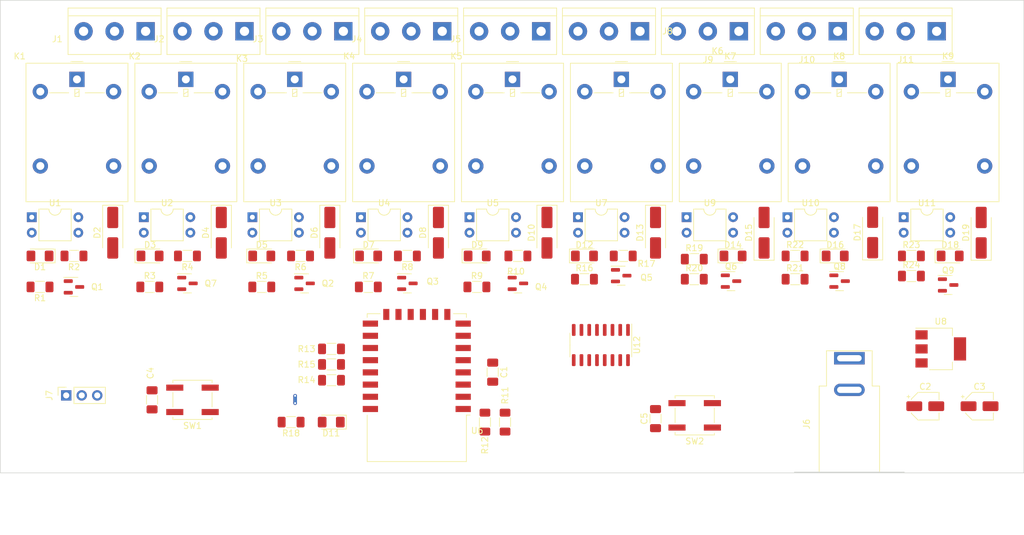
<source format=kicad_pcb>
(kicad_pcb (version 20221018) (generator pcbnew)
  (layers (0 "F.Cu" signal) (31 "B.Cu" signal) (36 "B.SilkS" user "B.Silkscreen") (37 "F.SilkS" user "F.Silkscreen") (38 "B.Mask" user) (39 "F.Mask" user) (44 "Edge.Cuts" user))
  (net 0 "")
  (net 1 "/VIN")
  (net 2 "GND")
  (net 3 "VCC")
  (net 4 "/FLASH")
  (net 5 "/RESET")
  (net 6 "/TA_P")
  (net 7 "/TB_P")
  (net 8 "/P_TA")
  (net 9 "/P_TB")
  (net 10 "/P_GH")
  (net 11 "/LED_GND")
  (net 12 "/LED")
  (net 13 "/Pompa")
  (net 14 "/RX")
  (net 15 "/TX")
  (net 16 "/EN_VIN")
  (net 17 "/FLASH_PIN_15")
  (net 18 "/FLASH_PIN_2")
  (net 25 "/PC_LEDAP")
  (net 26 "/RelayAP")
  (net 27 "/R_AC1AP")
  (net 28 "/R_AC2AP")
  (net 29 "/R_AC3AP")
  (net 30 "/R_QAP")
  (net 31 "/R_PCAP")
  (net 32 "/PC_RAP")
  (net 33 "/PC_LEDBP")
  (net 34 "/RelayBP")
  (net 35 "/R_AC3BP")
  (net 36 "/R_AC2BP")
  (net 37 "/R_AC1BP")
  (net 38 "/R_QBP")
  (net 39 "/R_PCBP")
  (net 40 "/PC_RBP")
  (net 41 "/PC_LEDPA")
  (net 42 "/RelayPA")
  (net 43 "/PC_LEDPB")
  (net 44 "/RelayPB")
  (net 45 "/PC_LEDGH")
  (net 46 "/RelayGH")
  (net 47 "/PC_LEDP")
  (net 48 "/RelayP")
  (net 49 "/R_AC3PA")
  (net 50 "/R_AC2PA")
  (net 51 "/R_AC1PA")
  (net 52 "/R_AC3PB")
  (net 53 "/R_AC2PB")
  (net 54 "/R_AC1PB")
  (net 55 "/R_AC3GH")
  (net 56 "/R_AC2GH")
  (net 57 "/R_AC1GH")
  (net 58 "/R_AC3P")
  (net 59 "/R_AC2P")
  (net 60 "/R_AC1P")
  (net 61 "/R_QPA")
  (net 62 "/R_QPB")
  (net 63 "/R_QGH")
  (net 64 "/R_QP")
  (net 65 "/R_PCBPA")
  (net 66 "/PC_RPA")
  (net 67 "/R_PCPB")
  (net 68 "/PC_RPB")
  (net 69 "/R_PCGH")
  (net 70 "/PC_RGH")
  (net 71 "/R_PCP")
  (net 72 "/PC_RP")
  (net 73 "/P_SC")
  (net 74 "/PC_LEDSC")
  (net 75 "/RelaySC")
  (net 76 "/P_SA")
  (net 77 "/PC_LEDSA")
  (net 78 "/RelaySA")
  (net 79 "/P_SB")
  (net 80 "/PC_LEDSB")
  (net 81 "/RelaySB")
  (net 82 "/R_AC1SC")
  (net 83 "/R_AC2SC")
  (net 84 "/R_AC3SC")
  (net 85 "/R_AC1SA")
  (net 86 "/R_AC2SA")
  (net 87 "/R_AC3SA")
  (net 88 "/R_AC1SB")
  (net 89 "/R_AC2SB")
  (net 90 "/R_AC3SB")
  (net 91 "/R_QSC")
  (net 92 "/R_QSA")
  (net 93 "/R_QSB")
  (net 94 "/R_PCSC")
  (net 95 "/PC_RSC")
  (net 96 "/R_PCSA")
  (net 97 "/PC_RSA")
  (net 98 "/R_PCSB")
  (net 99 "/PC_RSB")
  (net 101 "/CLK")
  (net 103 "/SER_IN")
  (net 104 "/LATCH")
  (footprint "Capacitor_SMD:CP_Elec_4x5.3" (layer "F.Cu") (at 191.5 84.32)
    (fp_text reference "C3" (at 0 -3.2) (layer "F.SilkS"))
    (fp_text value "10u")
    (pad "1" smd roundrect (at -1.8 0) (size 2.6 1.6) (layers "F.Cu" "F.Paste" "F.Mask") (roundrect_rratio 0.15625) (net 1 "/VIN"))
    (pad "2" smd roundrect (at 1.8 0) (size 2.6 1.6) (layers "F.Cu" "F.Paste" "F.Mask") (roundrect_rratio 0.15625) (net 2 "GND"))
  )
  (footprint "Resistor_SMD:R_1206_3216Metric_Pad1.30x1.75mm_HandSolder" (layer "F.Cu") (at 180.34 59.69)
    (fp_text reference "R23" (at 0 -1.82) (layer "F.SilkS"))
    (fp_text value "1k")
    (pad "1" smd roundrect (at -1.55 0) (size 1.3 1.75) (layers "F.Cu" "F.Paste" "F.Mask") (roundrect_rratio 0.192308) (net 3 "VCC"))
    (pad "2" smd roundrect (at 1.55 0) (size 1.3 1.75) (layers "F.Cu" "F.Paste" "F.Mask") (roundrect_rratio 0.192308) (net 98 "/R_PCSB"))
  )
  (footprint "Connector_PinSocket_2.54mm:PinSocket_1x03_P2.54mm_Vertical" (layer "F.Cu") (at 41.91 82.55 90)
    (fp_text reference "J7" (at 0 -2.77 90) (layer "F.SilkS"))
    (fp_text value "TO_FTDI")
    (pad "1" thru_hole rect (at 0 0 90) (size 1.7 1.7) (drill 1) (layers "*.Cu" "*.Mask") (net 2 "GND"))
    (pad "2" thru_hole oval (at 0 2.54 90) (size 1.7 1.7) (drill 1) (layers "*.Cu" "*.Mask") (net 14 "/RX"))
    (pad "3" thru_hole oval (at 0 5.08 90) (size 1.7 1.7) (drill 1) (layers "*.Cu" "*.Mask") (net 15 "/TX"))
  )
  (footprint "LED_SMD:LED_1206_3216Metric_Pad1.42x1.75mm_HandSolder" (layer "F.Cu") (at 73.94 59.69)
    (fp_text reference "D5" (at 0 -1.82) (layer "F.SilkS"))
    (fp_text value "LED")
    (pad "1" smd roundrect (at -1.4875 0) (size 1.425 1.75) (layers "F.Cu" "F.Paste" "F.Mask") (roundrect_rratio 0.175439) (net 8 "/P_TA"))
    (pad "2" smd roundrect (at 1.4875 0) (size 1.425 1.75) (layers "F.Cu" "F.Paste" "F.Mask") (roundrect_rratio 0.175439) (net 41 "/PC_LEDPA"))
  )
  (footprint "LED_SMD:LED_1206_3216Metric_Pad1.42x1.75mm_HandSolder" (layer "F.Cu") (at 167.8575 59.69)
    (fp_text reference "D16" (at 0 -1.82) (layer "F.SilkS"))
    (fp_text value "LED")
    (pad "1" smd roundrect (at -1.4875 0) (size 1.425 1.75) (layers "F.Cu" "F.Paste" "F.Mask") (roundrect_rratio 0.175439) (net 76 "/P_SA"))
    (pad "2" smd roundrect (at 1.4875 0) (size 1.425 1.75) (layers "F.Cu" "F.Paste" "F.Mask") (roundrect_rratio 0.175439) (net 77 "/PC_LEDSA"))
  )
  (footprint "Relay_THT:Relay_SPDT_Omron-G5LE-1" (layer "F.Cu") (at 61.50375 30.7425)
    (fp_text reference "K2" (at -8.38 -3.8) (layer "F.SilkS"))
    (fp_text value "G5LE-1")
    (pad "1" thru_hole rect (at 0 0) (size 2.5 2.5) (drill 1.3) (layers "*.Cu" "*.Mask") (net 36 "/R_AC2BP"))
    (pad "2" thru_hole oval (at -6 2) (size 2.5 2.5) (drill 1.3) (layers "*.Cu" "*.Mask") (net 34 "/RelayBP"))
    (pad "3" thru_hole oval (at -6 14.2) (size 2.5 2.5) (drill 1.3) (layers "*.Cu" "*.Mask") (net 35 "/R_AC3BP"))
    (pad "4" thru_hole oval (at 6 14.2) (size 2.5 2.5) (drill 1.3) (layers "*.Cu" "*.Mask") (net 37 "/R_AC1BP"))
    (pad "5" thru_hole oval (at 6 2) (size 2.5 2.5) (drill 1.3) (layers "*.Cu" "*.Mask") (net 3 "VCC"))
  )
  (footprint "Resistor_SMD:R_1206_3216Metric_Pad1.30x1.75mm_HandSolder" (layer "F.Cu") (at 43.18 59.69 180)
    (fp_text reference "R2" (at 0 -1.82) (layer "F.SilkS"))
    (fp_text value "1k")
    (pad "1" smd roundrect (at -1.55 0 180) (size 1.3 1.75) (layers "F.Cu" "F.Paste" "F.Mask") (roundrect_rratio 0.192308) (net 32 "/PC_RAP"))
    (pad "2" smd roundrect (at 1.55 0 180) (size 1.3 1.75) (layers "F.Cu" "F.Paste" "F.Mask") (roundrect_rratio 0.192308) (net 30 "/R_QAP"))
  )
  (footprint "TerminalBlock:TerminalBlock_bornier-3_P5.08mm" (layer "F.Cu") (at 152.085312 22.86 180)
    (fp_text reference "J9" (at 5.05 -4.65) (layer "F.SilkS"))
    (fp_text value "PGH")
    (pad "1" thru_hole rect (at 0 0 180) (size 3 3) (drill 1.52) (layers "*.Cu" "*.Mask") (net 82 "/R_AC1SC"))
    (pad "2" thru_hole circle (at 5.08 0 180) (size 3 3) (drill 1.52) (layers "*.Cu" "*.Mask") (net 83 "/R_AC2SC"))
    (pad "3" thru_hole circle (at 10.16 0 180) (size 3 3) (drill 1.52) (layers "*.Cu" "*.Mask") (net 84 "/R_AC3SC"))
  )
  (footprint "Resistor_SMD:R_1206_3216Metric_Pad1.30x1.75mm_HandSolder" (layer "F.Cu") (at 161.29 63.5)
    (fp_text reference "R21" (at 0 -1.82) (layer "F.SilkS"))
    (fp_text value "1k")
    (pad "1" smd roundrect (at -1.55 0) (size 1.3 1.75) (layers "F.Cu" "F.Paste" "F.Mask") (roundrect_rratio 0.192308) (net 3 "VCC"))
    (pad "2" smd roundrect (at 1.55 0) (size 1.3 1.75) (layers "F.Cu" "F.Paste" "F.Mask") (roundrect_rratio 0.192308) (net 96 "/R_PCSA"))
  )
  (footprint "Resistor_SMD:R_1206_3216Metric_Pad1.30x1.75mm_HandSolder" (layer "F.Cu") (at 144.78 63.5)
    (fp_text reference "R20" (at 0 -1.82) (layer "F.SilkS"))
    (fp_text value "1k")
    (pad "1" smd roundrect (at -1.55 0) (size 1.3 1.75) (layers "F.Cu" "F.Paste" "F.Mask") (roundrect_rratio 0.192308) (net 95 "/PC_RSC"))
    (pad "2" smd roundrect (at 1.55 0) (size 1.3 1.75) (layers "F.Cu" "F.Paste" "F.Mask") (roundrect_rratio 0.192308) (net 91 "/R_QSC"))
  )
  (footprint "Resistor_SMD:R_1206_3216Metric_Pad1.30x1.75mm_HandSolder" (layer "F.Cu") (at 161.29 59.69)
    (fp_text reference "R22" (at 0 -1.82) (layer "F.SilkS"))
    (fp_text value "1k")
    (pad "1" smd roundrect (at -1.55 0) (size 1.3 1.75) (layers "F.Cu" "F.Paste" "F.Mask") (roundrect_rratio 0.192308) (net 97 "/PC_RSA"))
    (pad "2" smd roundrect (at 1.55 0) (size 1.3 1.75) (layers "F.Cu" "F.Paste" "F.Mask") (roundrect_rratio 0.192308) (net 92 "/R_QSA"))
  )
  (footprint "Resistor_SMD:R_1206_3216Metric_Pad1.30x1.75mm_HandSolder" (layer "F.Cu") (at 133.14 59.69 180)
    (fp_text reference "R17" (at -3.81 -1.27) (layer "F.SilkS"))
    (fp_text value "1k")
    (pad "1" smd roundrect (at -1.55 0 180) (size 1.3 1.75) (layers "F.Cu" "F.Paste" "F.Mask") (roundrect_rratio 0.192308) (net 72 "/PC_RP"))
    (pad "2" smd roundrect (at 1.55 0 180) (size 1.3 1.75) (layers "F.Cu" "F.Paste" "F.Mask") (roundrect_rratio 0.192308) (net 64 "/R_QP"))
  )
  (footprint "Relay_THT:Relay_SPDT_Omron-G5LE-1" (layer "F.Cu") (at 43.67 30.7425)
    (fp_text reference "K1" (at -9.38 -3.8) (layer "F.SilkS"))
    (fp_text value "G5LE-1")
    (pad "1" thru_hole rect (at 0 0) (size 2.5 2.5) (drill 1.3) (layers "*.Cu" "*.Mask") (net 28 "/R_AC2AP"))
    (pad "2" thru_hole oval (at -6 2) (size 2.5 2.5) (drill 1.3) (layers "*.Cu" "*.Mask") (net 26 "/RelayAP"))
    (pad "3" thru_hole oval (at -6 14.2) (size 2.5 2.5) (drill 1.3) (layers "*.Cu" "*.Mask") (net 29 "/R_AC3AP"))
    (pad "4" thru_hole oval (at 6 14.2) (size 2.5 2.5) (drill 1.3) (layers "*.Cu" "*.Mask") (net 27 "/R_AC1AP"))
    (pad "5" thru_hole oval (at 6 2) (size 2.5 2.5) (drill 1.3) (layers "*.Cu" "*.Mask") (net 3 "VCC"))
  )
  (footprint "LED_SMD:LED_1206_3216Metric_Pad1.42x1.75mm_HandSolder" (layer "F.Cu") (at 151.13 59.69)
    (fp_text reference "D14" (at 0 -1.82) (layer "F.SilkS"))
    (fp_text value "LED")
    (pad "1" smd roundrect (at -1.4875 0) (size 1.425 1.75) (layers "F.Cu" "F.Paste" "F.Mask") (roundrect_rratio 0.175439) (net 73 "/P_SC"))
    (pad "2" smd roundrect (at 1.4875 0) (size 1.425 1.75) (layers "F.Cu" "F.Paste" "F.Mask") (roundrect_rratio 0.175439) (net 74 "/PC_LEDSC"))
  )
  (footprint "TerminalBlock:TerminalBlock_bornier-3_P5.08mm" (layer "F.Cu") (at 71.108752 22.86 180)
    (fp_text reference "J2" (at 13.97 -1.27) (layer "F.SilkS"))
    (fp_text value "TBP")
    (pad "1" thru_hole rect (at 0 0 180) (size 3 3) (drill 1.52) (layers "*.Cu" "*.Mask") (net 37 "/R_AC1BP"))
    (pad "2" thru_hole circle (at 5.08 0 180) (size 3 3) (drill 1.52) (layers "*.Cu" "*.Mask") (net 36 "/R_AC2BP"))
    (pad "3" thru_hole circle (at 10.16 0 180) (size 3 3) (drill 1.52) (layers "*.Cu" "*.Mask") (net 35 "/R_AC3BP"))
  )
  (footprint "Resistor_SMD:R_1206_3216Metric_Pad1.30x1.75mm_HandSolder" (layer "F.Cu") (at 180.34 62.98)
    (fp_text reference "R24" (at 0 -1.82) (layer "F.SilkS"))
    (fp_text value "1k")
    (pad "1" smd roundrect (at -1.55 0) (size 1.3 1.75) (layers "F.Cu" "F.Paste" "F.Mask") (roundrect_rratio 0.192308) (net 99 "/PC_RSB"))
    (pad "2" smd roundrect (at 1.55 0) (size 1.3 1.75) (layers "F.Cu" "F.Paste" "F.Mask") (roundrect_rratio 0.192308) (net 93 "/R_QSB"))
  )
  (footprint "Resistor_SMD:R_1206_3216Metric_Pad1.30x1.75mm_HandSolder" (layer "F.Cu") (at 85.36 77.47 180)
    (fp_text reference "R15" (at 4.08 0) (layer "F.SilkS"))
    (fp_text value "10k")
    (pad "1" smd roundrect (at -1.55 0 180) (size 1.3 1.75) (layers "F.Cu" "F.Paste" "F.Mask") (roundrect_rratio 0.192308) (net 18 "/FLASH_PIN_2"))
    (pad "2" smd roundrect (at 1.55 0 180) (size 1.3 1.75) (layers "F.Cu" "F.Paste" "F.Mask") (roundrect_rratio 0.192308) (net 1 "/VIN"))
  )
  (footprint "Package_DIP:DIP-4_W7.62mm" (layer "F.Cu") (at 143.52 53.335)
    (fp_text reference "U9" (at 3.81 -2.33) (layer "F.SilkS"))
    (fp_text value "PC817")
    (pad "1" thru_hole rect (at 0 0) (size 1.6 1.6) (drill 0.8) (layers "*.Cu" "*.Mask") (net 94 "/R_PCSC"))
    (pad "2" thru_hole oval (at 0 2.54) (size 1.6 1.6) (drill 0.8) (layers "*.Cu" "*.Mask") (net 74 "/PC_LEDSC"))
    (pad "3" thru_hole oval (at 7.62 2.54) (size 1.6 1.6) (drill 0.8) (layers "*.Cu" "*.Mask") (net 95 "/PC_RSC"))
    (pad "4" thru_hole oval (at 7.62 0) (size 1.6 1.6) (drill 0.8) (layers "*.Cu" "*.Mask") (net 3 "VCC"))
  )
  (footprint "Resistor_SMD:R_1206_3216Metric_Pad1.30x1.75mm_HandSolder" (layer "F.Cu") (at 55.6 64.77)
    (fp_text reference "R3" (at 0 -1.82) (layer "F.SilkS"))
    (fp_text value "1k")
    (pad "1" smd roundrect (at -1.55 0) (size 1.3 1.75) (layers "F.Cu" "F.Paste" "F.Mask") (roundrect_rratio 0.192308) (net 3 "VCC"))
    (pad "2" smd roundrect (at 1.55 0) (size 1.3 1.75) (layers "F.Cu" "F.Paste" "F.Mask") (roundrect_rratio 0.192308) (net 39 "/R_PCBP"))
  )
  (footprint "TerminalBlock:TerminalBlock_bornier-3_P5.08mm" (layer "F.Cu") (at 168.280624 22.86 180)
    (fp_text reference "J10" (at 5.05 -4.65) (layer "F.SilkS"))
    (fp_text value "PGH")
    (pad "1" thru_hole rect (at 0 0 180) (size 3 3) (drill 1.52) (layers "*.Cu" "*.Mask") (net 85 "/R_AC1SA"))
    (pad "2" thru_hole circle (at 5.08 0 180) (size 3 3) (drill 1.52) (layers "*.Cu" "*.Mask") (net 86 "/R_AC2SA"))
    (pad "3" thru_hole circle (at 10.16 0 180) (size 3 3) (drill 1.52) (layers "*.Cu" "*.Mask") (net 87 "/R_AC3SA"))
  )
  (footprint "Diode_SMD:D_SMA_Handsoldering" (layer "F.Cu") (at 138.43 55.88 -90)
    (fp_text reference "D13" (at 0 2.54 -270) (layer "F.SilkS"))
    (fp_text value "D")
    (pad "1" smd roundrect (at -2.5 0 270) (size 3.5 1.8) (layers "F.Cu" "F.Paste" "F.Mask") (roundrect_rratio 0.1388888889) (net 3 "VCC"))
    (pad "2" smd roundrect (at 2.5 0 270) (size 3.5 1.8) (layers "F.Cu" "F.Paste" "F.Mask") (roundrect_rratio 0.1388888889) (net 48 "/RelayP"))
  )
  (footprint "Resistor_SMD:R_1206_3216Metric_Pad1.30x1.75mm_HandSolder" (layer "F.Cu") (at 91.395 64.77)
    (fp_text reference "R7" (at 0 -1.82) (layer "F.SilkS"))
    (fp_text value "1k")
    (pad "1" smd roundrect (at -1.55 0) (size 1.3 1.75) (layers "F.Cu" "F.Paste" "F.Mask") (roundrect_rratio 0.192308) (net 3 "VCC"))
    (pad "2" smd roundrect (at 1.55 0) (size 1.3 1.75) (layers "F.Cu" "F.Paste" "F.Mask") (roundrect_rratio 0.192308) (net 67 "/R_PCPB"))
  )
  (footprint "Package_TO_SOT_SMD:SOT-23" (layer "F.Cu") (at 43.18 64.77)
    (fp_text reference "Q1" (at 3.81 0) (layer "F.SilkS"))
    (fp_text value "BC847")
    (pad "1" smd roundrect (at -0.9375 -0.95) (size 1.475 0.6) (layers "F.Cu" "F.Paste" "F.Mask") (net 30 "/R_QAP"))
    (pad "2" smd roundrect (at -0.9375 0.95) (size 1.475 0.6) (layers "F.Cu" "F.Paste" "F.Mask") (net 2 "GND"))
    (pad "3" smd roundrect (at 0.9375 0) (size 1.475 0.6) (layers "F.Cu" "F.Paste" "F.Mask") (net 26 "/RelayAP"))
  )
  (footprint "Resistor_SMD:R_1206_3216Metric_Pad1.30x1.75mm_HandSolder" (layer "F.Cu") (at 85.36 80.06 180)
    (fp_text reference "R14" (at 4.08 0.05) (layer "F.SilkS"))
    (fp_text value "10k")
    (pad "1" smd roundrect (at -1.55 0 180) (size 1.3 1.75) (layers "F.Cu" "F.Paste" "F.Mask") (roundrect_rratio 0.192308) (net 4 "/FLASH"))
    (pad "2" smd roundrect (at 1.55 0 180) (size 1.3 1.75) (layers "F.Cu" "F.Paste" "F.Mask") (roundrect_rratio 0.192308) (net 1 "/VIN"))
  )
  (footprint "TerminalBlock:TerminalBlock_bornier-3_P5.08mm" (layer "F.Cu") (at 119.694688 22.86 180)
    (fp_text reference "J5" (at 13.97 -1.27) (layer "F.SilkS"))
    (fp_text value "PGH")
    (pad "1" thru_hole rect (at 0 0 180) (size 3 3) (drill 1.52) (layers "*.Cu" "*.Mask") (net 57 "/R_AC1GH"))
    (pad "2" thru_hole circle (at 5.08 0 180) (size 3 3) (drill 1.52) (layers "*.Cu" "*.Mask") (net 56 "/R_AC2GH"))
    (pad "3" thru_hole circle (at 10.16 0 180) (size 3 3) (drill 1.52) (layers "*.Cu" "*.Mask") (net 55 "/R_AC3GH"))
  )
  (footprint "Package_DIP:DIP-4_W7.62mm" (layer "F.Cu") (at 107.96 53.335)
    (fp_text reference "U5" (at 3.81 -2.33) (layer "F.SilkS"))
    (fp_text value "PC817")
    (pad "1" thru_hole rect (at 0 0) (size 1.6 1.6) (drill 0.8) (layers "*.Cu" "*.Mask") (net 69 "/R_PCGH"))
    (pad "2" thru_hole oval (at 0 2.54) (size 1.6 1.6) (drill 0.8) (layers "*.Cu" "*.Mask") (net 45 "/PC_LEDGH"))
    (pad "3" thru_hole oval (at 7.62 2.54) (size 1.6 1.6) (drill 0.8) (layers "*.Cu" "*.Mask") (net 70 "/PC_RGH"))
    (pad "4" thru_hole oval (at 7.62 0) (size 1.6 1.6) (drill 0.8) (layers "*.Cu" "*.Mask") (net 3 "VCC"))
  )
  (footprint "NetTie:NetTie-2_THT_Pad0.3mm" (layer "F.Cu") (at 79.4025 82.62 -90)
    (fp_text reference "NT1" hide)
    (fp_text value "NetTie_2" hide)
    (fp_poly (pts (xy 0 -0.3) (xy 1.2 -0.3) (xy 1.2 0.3) (xy 0 0.3)) (fill solid) (layer "F.Cu"))
    (fp_poly (pts (xy 0 -0.3) (xy 1.2 -0.3) (xy 1.2 0.3) (xy 0 0.3)) (fill solid) (layer "B.Cu"))
    (pad "1" thru_hole circle (at 0 0 270) (size 0.6 0.6) (drill 0.3) (layers "*.Cu") (net 1 "/VIN"))
    (pad "2" thru_hole circle (at 1.2 0 270) (size 0.6 0.6) (drill 0.3) (layers "*.Cu") (net 12 "/LED"))
  )
  (footprint "Package_TO_SOT_SMD:SOT-23" (layer "F.Cu") (at 186.3575 64.45)
    (fp_text reference "Q9" (at 0 -2.4) (layer "F.SilkS"))
    (fp_text value "BC847")
    (pad "1" smd roundrect (at -0.9375 -0.95) (size 1.475 0.6) (layers "F.Cu" "F.Paste" "F.Mask") (net 93 "/R_QSB"))
    (pad "2" smd roundrect (at -0.9375 0.95) (size 1.475 0.6) (layers "F.Cu" "F.Paste" "F.Mask") (net 2 "GND"))
    (pad "3" smd roundrect (at 0.9375 0) (size 1.475 0.6) (layers "F.Cu" "F.Paste" "F.Mask") (net 81 "/RelaySB"))
  )
  (footprint "Diode_SMD:D_SMA_Handsoldering" (layer "F.Cu") (at 173.99 55.84 90)
    (fp_text reference "D17" (at 0 -2.5 90) (layer "F.SilkS"))
    (fp_text value "D")
    (pad "1" smd roundrect (at -2.5 0 90) (size 3.5 1.8) (layers "F.Cu" "F.Paste" "F.Mask") (roundrect_rratio 0.1388888889) (net 3 "VCC"))
    (pad "2" smd roundrect (at 2.5 0 90) (size 3.5 1.8) (layers "F.Cu" "F.Paste" "F.Mask") (roundrect_rratio 0.1388888889) (net 78 "/RelaySA"))
  )
  (footprint "Package_TO_SOT_SMD:SOT-23" (layer "F.Cu") (at 150.7975 63.82)
    (fp_text reference "Q6" (at 0 -2.4) (layer "F.SilkS"))
    (fp_text value "BC847")
    (pad "1" smd roundrect (at -0.9375 -0.95) (size 1.475 0.6) (layers "F.Cu" "F.Paste" "F.Mask") (net 91 "/R_QSC"))
    (pad "2" smd roundrect (at -0.9375 0.95) (size 1.475 0.6) (layers "F.Cu" "F.Paste" "F.Mask") (net 2 "GND"))
    (pad "3" smd roundrect (at 0.9375 0) (size 1.475 0.6) (layers "F.Cu" "F.Paste" "F.Mask") (net 75 "/RelaySC"))
  )
  (footprint "Relay_THT:Relay_SPDT_Omron-G5LE-1" (layer "F.Cu") (at 186.34 30.7425)
    (fp_text reference "K9" (at 0 -3.8) (layer "F.SilkS"))
    (fp_text value "G5LE-1")
    (pad "1" thru_hole rect (at 0 0) (size 2.5 2.5) (drill 1.3) (layers "*.Cu" "*.Mask") (net 89 "/R_AC2SB"))
    (pad "2" thru_hole oval (at -6 2) (size 2.5 2.5) (drill 1.3) (layers "*.Cu" "*.Mask") (net 81 "/RelaySB"))
    (pad "3" thru_hole oval (at -6 14.2) (size 2.5 2.5) (drill 1.3) (layers "*.Cu" "*.Mask") (net 90 "/R_AC3SB"))
    (pad "4" thru_hole oval (at 6 14.2) (size 2.5 2.5) (drill 1.3) (layers "*.Cu" "*.Mask") (net 88 "/R_AC1SB"))
    (pad "5" thru_hole oval (at 6 2) (size 2.5 2.5) (drill 1.3) (layers "*.Cu" "*.Mask") (net 3 "VCC"))
  )
  (footprint "Package_DIP:DIP-4_W7.62mm" (layer "F.Cu") (at 90.18 53.335)
    (fp_text reference "U4" (at 3.81 -2.33) (layer "F.SilkS"))
    (fp_text value "PC817")
    (pad "1" thru_hole rect (at 0 0) (size 1.6 1.6) (drill 0.8) (layers "*.Cu" "*.Mask") (net 67 "/R_PCPB"))
    (pad "2" thru_hole oval (at 0 2.54) (size 1.6 1.6) (drill 0.8) (layers "*.Cu" "*.Mask") (net 43 "/PC_LEDPB"))
    (pad "3" thru_hole oval (at 7.62 2.54) (size 1.6 1.6) (drill 0.8) (layers "*.Cu" "*.Mask") (net 68 "/PC_RPB"))
    (pad "4" thru_hole oval (at 7.62 0) (size 1.6 1.6) (drill 0.8) (layers "*.Cu" "*.Mask") (net 3 "VCC"))
  )
  (footprint "Resistor_SMD:R_1206_3216Metric_Pad1.30x1.75mm_HandSolder" (layer "F.Cu") (at 85.36 74.93 180)
    (fp_text reference "R13" (at 4.08 0) (layer "F.SilkS"))
    (fp_text value "10k")
    (pad "1" smd roundrect (at -1.55 0 180) (size 1.3 1.75) (layers "F.Cu" "F.Paste" "F.Mask") (roundrect_rratio 0.192308) (net 17 "/FLASH_PIN_15"))
    (pad "2" smd roundrect (at 1.55 0 180) (size 1.3 1.75) (layers "F.Cu" "F.Paste" "F.Mask") (roundrect_rratio 0.192308) (net 2 "GND"))
  )
  (footprint "Resistor_SMD:R_1206_3216Metric_Pad1.30x1.75mm_HandSolder" (layer "F.Cu") (at 78.74 86.93 180)
    (fp_text reference "R18" (at 0 -1.82) (layer "F.SilkS"))
    (fp_text value "1K")
    (pad "1" smd roundrect (at -1.55 0 180) (size 1.3 1.75) (layers "F.Cu" "F.Paste" "F.Mask") (roundrect_rratio 0.192308) (net 2 "GND"))
    (pad "2" smd roundrect (at 1.55 0 180) (size 1.3 1.75) (layers "F.Cu" "F.Paste" "F.Mask") (roundrect_rratio 0.192308) (net 11 "/LED_GND"))
  )
  (footprint "Package_DIP:DIP-4_W7.62mm" (layer "F.Cu") (at 72.4 53.335)
    (fp_text reference "U3" (at 3.81 -2.33) (layer "F.SilkS"))
    (fp_text value "PC817")
    (pad "1" thru_hole rect (at 0 0) (size 1.6 1.6) (drill 0.8) (layers "*.Cu" "*.Mask") (net 65 "/R_PCBPA"))
    (pad "2" thru_hole oval (at 0 2.54) (size 1.6 1.6) (drill 0.8) (layers "*.Cu" "*.Mask") (net 41 "/PC_LEDPA"))
    (pad "3" thru_hole oval (at 7.62 2.54) (size 1.6 1.6) (drill 0.8) (layers "*.Cu" "*.Mask") (net 66 "/PC_RPA"))
    (pad "4" thru_hole oval (at 7.62 0) (size 1.6 1.6) (drill 0.8) (layers "*.Cu" "*.Mask") (net 3 "VCC"))
  )
  (footprint "TerminalBlock:TerminalBlock_bornier-3_P5.08mm" (layer "F.Cu") (at 87.304064 22.86 180)
    (fp_text reference "J3" (at 13.97 -1.27) (layer "F.SilkS"))
    (fp_text value "PTA")
    (pad "1" thru_hole rect (at 0 0 180) (size 3 3) (drill 1.52) (layers "*.Cu" "*.Mask") (net 51 "/R_AC1PA"))
    (pad "2" thru_hole circle (at 5.08 0 180) (size 3 3) (drill 1.52) (layers "*.Cu" "*.Mask") (net 50 "/R_AC2PA"))
    (pad "3" thru_hole circle (at 10.16 0 180) (size 3 3) (drill 1.52) (layers "*.Cu" "*.Mask") (net 49 "/R_AC3PA"))
  )
  (footprint "Package_DIP:DIP-4_W7.62mm" (layer "F.Cu") (at 36.27 53.335)
    (fp_text reference "U1" (at 3.81 -2.33) (layer "F.SilkS"))
    (fp_text value "PC817")
    (pad "1" thru_hole rect (at 0 0) (size 1.6 1.6) (drill 0.8) (layers "*.Cu" "*.Mask") (net 31 "/R_PCAP"))
    (pad "2" thru_hole oval (at 0 2.54) (size 1.6 1.6) (drill 0.8) (layers "*.Cu" "*.Mask") (net 25 "/PC_LEDAP"))
    (pad "3" thru_hole oval (at 7.62 2.54) (size 1.6 1.6) (drill 0.8) (layers "*.Cu" "*.Mask") (net 32 "/PC_RAP"))
    (pad "4" thru_hole oval (at 7.62 0) (size 1.6 1.6) (drill 0.8) (layers "*.Cu" "*.Mask") (net 3 "VCC"))
  )
  (footprint "Diode_SMD:D_SMA_Handsoldering" (layer "F.Cu") (at 191.77 55.88 90)
    (fp_text reference "D19" (at 0 -2.5 90) (layer "F.SilkS"))
    (fp_text value "D")
    (pad "1" smd roundrect (at -2.5 0 90) (size 3.5 1.8) (layers "F.Cu" "F.Paste" "F.Mask") (roundrect_rratio 0.1388888889) (net 3 "VCC"))
    (pad "2" smd roundrect (at 2.5 0 90) (size 3.5 1.8) (layers "F.Cu" "F.Paste" "F.Mask") (roundrect_rratio 0.1388888889) (net 81 "/RelaySB"))
  )
  (footprint "Capacitor_SMD:C_1206_3216Metric_Pad1.33x1.80mm_HandSolder" (layer "F.Cu") (at 55.97 83.28 90)
    (fp_text reference "C4" (at 4.38 -0.27 90) (layer "F.SilkS"))
    (fp_text value "1u")
    (pad "1" smd roundrect (at -1.5625 0 90) (size 1.325 1.8) (layers "F.Cu" "F.Paste" "F.Mask") (roundrect_rratio 0.188679) (net 2 "GND"))
    (pad "2" smd roundrect (at 1.5625 0 90) (size 1.325 1.8) (layers "F.Cu" "F.Paste" "F.Mask") (roundrect_rratio 0.188679) (net 4 "/FLASH"))
  )
  (footprint "Resistor_SMD:R_1206_3216Metric_Pad1.30x1.75mm_HandSolder" (layer "F.Cu") (at 110.49 86.93 90)
    (fp_text reference "R12" (at -3.81 0 90) (layer "F.SilkS"))
    (fp_text value "10k")
    (pad "1" smd roundrect (at -1.55 0 90) (size 1.3 1.75) (layers "F.Cu" "F.Paste" "F.Mask") (roundrect_rratio 0.192308) (net 1 "/VIN"))
    (pad "2" smd roundrect (at 1.55 0 90) (size 1.3 1.75) (layers "F.Cu" "F.Paste" "F.Mask") (roundrect_rratio 0.192308) (net 16 "/EN_VIN"))
  )
  (footprint "LED_SMD:LED_1206_3216Metric_Pad1.42x1.75mm_HandSolder" (layer "F.Cu") (at 55.645 59.69)
    (fp_text reference "D3" (at 0 -1.82) (layer "F.SilkS"))
    (fp_text value "LED")
    (pad "1" smd roundrect (at -1.4875 0) (size 1.425 1.75) (layers "F.Cu" "F.Paste" "F.Mask") (roundrect_rratio 0.175439) (net 7 "/TB_P"))
    (pad "2" smd roundrect (at 1.4875 0) (size 1.425 1.75) (layers "F.Cu" "F.Paste" "F.Mask") (roundrect_rratio 0.175439) (net 33 "/PC_LEDBP"))
  )
  (footprint "TerminalBlock:TerminalBlock_bornier-3_P5.08mm" (layer "F.Cu") (at 54.91344 22.86 180)
    (fp_text reference "J1" (at 14.46 -1.27) (layer "F.SilkS"))
    (fp_text value "TAP")
    (pad "1" thru_hole rect (at 0 0 180) (size 3 3) (drill 1.52) (layers "*.Cu" "*.Mask") (net 27 "/R_AC1AP"))
    (pad "2" thru_hole circle (at 5.08 0 180) (size 3 3) (drill 1.52) (layers "*.Cu" "*.Mask") (net 28 "/R_AC2AP"))
    (pad "3" thru_hole circle (at 10.16 0 180) (size 3 3) (drill 1.52) (layers "*.Cu" "*.Mask") (net 29 "/R_AC3AP"))
  )
  (footprint "Package_TO_SOT_SMD:SOT-23" (layer "F.Cu") (at 132.8075 62.92)
    (fp_text reference "Q5" (at 4.1425 0.32) (layer "F.SilkS"))
    (fp_text value "BC847")
    (pad "1" smd roundrect (at -0.9375 -0.95) (size 1.475 0.6) (layers "F.Cu" "F.Paste" "F.Mask") (net 64 "/R_QP"))
    (pad "2" smd roundrect (at -0.9375 0.95) (size 1.475 0.6) (layers "F.Cu" "F.Paste" "F.Mask") (net 2 "GND"))
    (pad "3" smd roundrect (at 0.9375 0) (size 1.475 0.6) (layers "F.Cu" "F.Paste" "F.Mask") (net 48 "/RelayP"))
  )
  (footprint "Capacitor_SMD:C_1206_3216Metric_Pad1.33x1.80mm_HandSolder" (layer "F.Cu") (at 111.76 78.74 -90)
    (fp_text reference "C1" (at 0 -1.85 90) (layer "F.SilkS"))
    (fp_text value "100n")
    (pad "1" smd roundrect (at -1.5625 0 270) (size 1.325 1.8) (layers "F.Cu" "F.Paste" "F.Mask") (roundrect_rratio 0.188679) (net 1 "/VIN"))
    (pad "2" smd roundrect (at 1.5625 0 270) (size 1.325 1.8) (layers "F.Cu" "F.Paste" "F.Mask") (roundrect_rratio 0.188679) (net 2 "GND"))
  )
  (footprint "Resistor_SMD:R_1206_3216Metric_Pad1.30x1.75mm_HandSolder" (layer "F.Cu") (at 73.94 64.77)
    (fp_text reference "R5" (at 0 -1.82) (layer "F.SilkS"))
    (fp_text value "1k")
    (pad "1" smd roundrect (at -1.55 0) (size 1.3 1.75) (layers "F.Cu" "F.Paste" "F.Mask") (roundrect_rratio 0.192308) (net 3 "VCC"))
    (pad "2" smd roundrect (at 1.55 0) (size 1.3 1.75) (layers "F.Cu" "F.Paste" "F.Mask") (roundrect_rratio 0.192308) (net 65 "/R_PCBPA"))
  )
  (footprint "LED_SMD:LED_1206_3216Metric_Pad1.42x1.75mm_HandSolder" (layer "F.Cu") (at 126.79 59.69)
    (fp_text reference "D12" (at 0 -1.82) (layer "F.SilkS"))
    (fp_text value "LED")
    (pad "1" smd roundrect (at -1.4875 0) (size 1.425 1.75) (layers "F.Cu" "F.Paste" "F.Mask") (roundrect_rratio 0.175439) (net 13 "/Pompa"))
    (pad "2" smd roundrect (at 1.4875 0) (size 1.425 1.75) (layers "F.Cu" "F.Paste" "F.Mask") (roundrect_rratio 0.175439) (net 47 "/PC_LEDP"))
  )
  (footprint "Relay_THT:Relay_SPDT_Omron-G5LE-1" (layer "F.Cu") (at 150.6725 30.7425)
    (fp_text reference "K7" (at 0 -3.8) (layer "F.SilkS"))
    (fp_text value "G5LE-1")
    (pad "1" thru_hole rect (at 0 0) (size 2.5 2.5) (drill 1.3) (layers "*.Cu" "*.Mask") (net 83 "/R_AC2SC"))
    (pad "2" thru_hole oval (at -6 2) (size 2.5 2.5) (drill 1.3) (layers "*.Cu" "*.Mask") (net 75 "/RelaySC"))
    (pad "3" thru_hole oval (at -6 14.2) (size 2.5 2.5) (drill 1.3) (layers "*.Cu" "*.Mask") (net 84 "/R_AC3SC"))
    (pad "4" thru_hole oval (at 6 14.2) (size 2.5 2.5) (drill 1.3) (layers "*.Cu" "*.Mask") (net 82 "/R_AC1SC"))
    (pad "5" thru_hole oval (at 6 2) (size 2.5 2.5) (drill 1.3) (layers "*.Cu" "*.Mask") (net 3 "VCC"))
  )
  (footprint "Capacitor_SMD:CP_Elec_4x5.3" (layer "F.Cu") (at 182.61 84.32)
    (fp_text reference "C2" (at 0 -3.2) (layer "F.SilkS"))
    (fp_text value "10u")
    (pad "1" smd roundrect (at -1.8 0) (size 2.6 1.6) (layers "F.Cu" "F.Paste" "F.Mask") (roundrect_rratio 0.15625) (net 3 "VCC"))
    (pad "2" smd roundrect (at 1.8 0) (size 2.6 1.6) (layers "F.Cu" "F.Paste" "F.Mask") (roundrect_rratio 0.15625) (net 2 "GND"))
  )
  (footprint "Relay_THT:Relay_SPDT_Omron-G5LE-1" (layer "F.Cu") (at 132.83875 30.7425)
    (fp_text reference "K6" (at 15.75344 -4.655) (layer "F.SilkS"))
    (fp_text value "G5LE-1")
    (pad "1" thru_hole rect (at 0 0) (size 2.5 2.5) (drill 1.3) (layers "*.Cu" "*.Mask") (net 59 "/R_AC2P"))
    (pad "2" thru_hole oval (at -6 2) (size 2.5 2.5) (drill 1.3) (layers "*.Cu" "*.Mask") (net 48 "/RelayP"))
    (pad "3" thru_hole oval (at -6 14.2) (size 2.5 2.5) (drill 1.3) (layers "*.Cu" "*.Mask") (net 58 "/R_AC3P"))
    (pad "4" thru_hole oval (at 6 14.2) (size 2.5 2.5) (drill 1.3) (layers "*.Cu" "*.Mask") (net 60 "/R_AC1P"))
    (pad "5" thru_hole oval (at 6 2) (size 2.5 2.5) (drill 1.3) (layers "*.Cu" "*.Mask") (net 3 "VCC"))
  )
  (footprint "LED_SMD:LED_1206_3216Metric_Pad1.42x1.75mm_HandSolder" (layer "F.Cu") (at 37.62 59.69 180)
    (fp_text reference "D1" (at 0 -1.82) (layer "F.SilkS"))
    (fp_text value "LED")
    (pad "1" smd roundrect (at -1.4875 0 180) (size 1.425 1.75) (layers "F.Cu" "F.Paste" "F.Mask") (roundrect_rratio 0.175439) (net 6 "/TA_P"))
    (pad "2" smd roundrect (at 1.4875 0 180) (size 1.425 1.75) (layers "F.Cu" "F.Paste" "F.Mask") (roundrect_rratio 0.175439) (net 25 "/PC_LEDAP"))
  )
  (footprint "Resistor_SMD:R_1206_3216Metric_Pad1.30x1.75mm_HandSolder" (layer "F.Cu") (at 115.889 59.69 180)
    (fp_text reference "R10" (at 0.319 -2.54) (layer "F.SilkS"))
    (fp_text value "1k")
    (pad "1" smd roundrect (at -1.55 0 180) (size 1.3 1.75) (layers "F.Cu" "F.Paste" "F.Mask") (roundrect_rratio 0.192308) (net 70 "/PC_RGH"))
    (pad "2" smd roundrect (at 1.55 0 180) (size 1.3 1.75) (layers "F.Cu" "F.Paste" "F.Mask") (roundrect_rratio 0.192308) (net 63 "/R_QGH"))
  )
  (footprint "Diode_SMD:D_SMA_Handsoldering" (layer "F.Cu") (at 67.31 55.88 -90)
    (fp_text reference "D4" (at 0 2.54 90) (layer "F.SilkS"))
    (fp_text value "D")
    (pad "1" smd roundrect (at -2.5 0 270) (size 3.5 1.8) (layers "F.Cu" "F.Paste" "F.Mask") (roundrect_rratio 0.1388888889) (net 3 "VCC"))
    (pad "2" smd roundrect (at 2.5 0 270) (size 3.5 1.8) (layers "F.Cu" "F.Paste" "F.Mask") (roundrect_rratio 0.1388888889) (net 34 "/RelayBP"))
  )
  (footprint "Package_TO_SOT_SMD:SOT-23" (layer "F.Cu") (at 80.9475 64.19)
    (fp_text reference "Q2" (at 3.81 0) (layer "F.SilkS"))
    (fp_text value "BC847")
    (pad "1" smd roundrect (at -0.9375 -0.95) (size 1.475 0.6) (layers "F.Cu" "F.Paste" "F.Mask") (net 61 "/R_QPA"))
    (pad "2" smd roundrect (at -0.9375 0.95) (size 1.475 0.6) (layers "F.Cu" "F.Paste" "F.Mask") (net 2 "GND"))
    (pad "3" smd roundrect (at 0.9375 0) (size 1.475 0.6) (layers "F.Cu" "F.Paste" "F.Mask") (net 42 "/RelayPA"))
  )
  (footprint "Resistor_SMD:R_1206_3216Metric_Pad1.30x1.75mm_HandSolder" (layer "F.Cu") (at 61.766 59.69 180)
    (fp_text reference "R4" (at 0 -1.82) (layer "F.SilkS"))
    (fp_text value "1k")
    (pad "1" smd roundrect (at -1.55 0 180) (size 1.3 1.75) (layers "F.Cu" "F.Paste" "F.Mask") (roundrect_rratio 0.192308) (net 40 "/PC_RBP"))
    (pad "2" smd roundrect (at 1.55 0 180) (size 1.3 1.75) (layers "F.Cu" "F.Paste" "F.Mask") (roundrect_rratio 0.192308) (net 38 "/R_QBP"))
  )
  (footprint "TerminalBlock:TerminalBlock_bornier-3_P5.08mm" (layer "F.Cu") (at 184.47594 22.86 180)
    (fp_text reference "J11" (at 5.05 -4.65) (layer "F.SilkS"))
    (fp_text value "PGH")
    (pad "1" thru_hole rect (at 0 0 180) (size 3 3) (drill 1.52) (layers "*.Cu" "*.Mask") (net 88 "/R_AC1SB"))
    (pad "2" thru_hole circle (at 5.08 0 180) (size 3 3) (drill 1.52) (layers "*.Cu" "*.Mask") (net 89 "/R_AC2SB"))
    (pad "3" thru_hole circle (at 10.16 0 180) (size 3 3) (drill 1.52) (layers "*.Cu" "*.Mask") (net 90 "/R_AC3SB"))
  )
  (footprint "Diode_SMD:D_SMA_Handsoldering" (layer "F.Cu") (at 49.53 55.88 -90)
    (fp_text reference "D2" (at 0 2.54 90) (layer "F.SilkS"))
    (fp_text value "D")
    (pad "1" smd roundrect (at -2.5 0 270) (size 3.5 1.8) (layers "F.Cu" "F.Paste" "F.Mask") (roundrect_rratio 0.1388888889) (net 3 "VCC"))
    (pad "2" smd roundrect (at 2.5 0 270) (size 3.5 1.8) (layers "F.Cu" "F.Paste" "F.Mask") (roundrect_rratio 0.1388888889) (net 26 "/RelayAP"))
  )
  (footprint "Diode_SMD:D_SMA_Handsoldering" (layer "F.Cu") (at 85.09 55.88 -90)
    (fp_text reference "D6" (at 0 2.54 90) (layer "F.SilkS"))
    (fp_text value "D")
    (pad "1" smd roundrect (at -2.5 0 270) (size 3.5 1.8) (layers "F.Cu" "F.Paste" "F.Mask") (roundrect_rratio 0.1388888889) (net 3 "VCC"))
    (pad "2" smd roundrect (at 2.5 0 270) (size 3.5 1.8) (layers "F.Cu" "F.Paste" "F.Mask") (roundrect_rratio 0.1388888889) (net 42 "/RelayPA"))
  )
  (footprint "TerminalBlock:TerminalBlock_bornier-3_P5.08mm" (layer "F.Cu") (at 103.499376 22.86 180)
    (fp_text reference "J4" (at 13.97 -1.27) (layer "F.SilkS"))
    (fp_text value "PTB")
    (pad "1" thru_hole rect (at 0 0 180) (size 3 3) (drill 1.52) (layers "*.Cu" "*.Mask") (net 54 "/R_AC1PB"))
    (pad "2" thru_hole circle (at 5.08 0 180) (size 3 3) (drill 1.52) (layers "*.Cu" "*.Mask") (net 53 "/R_AC2PB"))
    (pad "3" thru_hole circle (at 10.16 0 180) (size 3 3) (drill 1.52) (layers "*.Cu" "*.Mask") (net 52 "/R_AC3PB"))
  )
  (footprint "Package_TO_SOT_SMD:SOT-223-3_TabPin2" (layer "F.Cu") (at 185.15 74.93)
    (fp_text reference "U8" (at 0 -4.5) (layer "F.SilkS"))
    (fp_text value "AMS1117-3.3")
    (pad "1" smd rect (at -3.15 -2.3) (size 2 1.5) (layers "F.Cu" "F.Paste" "F.Mask") (net 2 "GND"))
    (pad "2" smd rect (at -3.15 0) (size 2 1.5) (layers "F.Cu" "F.Paste" "F.Mask") (net 1 "/VIN"))
    (pad "2" smd rect (at 3.15 0) (size 2 3.8) (layers "F.Cu" "F.Paste" "F.Mask") (net 1 "/VIN"))
    (pad "3" smd rect (at -3.15 2.3) (size 2 1.5) (layers "F.Cu" "F.Paste" "F.Mask") (net 3 "VCC"))
  )
  (footprint "LED_SMD:LED_1206_3216Metric_Pad1.42x1.75mm_HandSolder" (layer "F.Cu") (at 186.69 59.69)
    (fp_text reference "D18" (at 0 -1.82) (layer "F.SilkS"))
    (fp_text value "LED")
    (pad "1" smd roundrect (at -1.4875 0) (size 1.425 1.75) (layers "F.Cu" "F.Paste" "F.Mask") (roundrect_rratio 0.175439) (net 79 "/P_SB"))
    (pad "2" smd roundrect (at 1.4875 0) (size 1.425 1.75) (layers "F.Cu" "F.Paste" "F.Mask") (roundrect_rratio 0.175439) (net 80 "/PC_LEDSB"))
  )
  (footprint "Package_DIP:DIP-4_W7.62mm" (layer "F.Cu") (at 54.62 53.335)
    (fp_text reference "U2" (at 3.81 -2.33) (layer "F.SilkS"))
    (fp_text value "PC817")
    (pad "1" thru_hole rect (at 0 0) (size 1.6 1.6) (drill 0.8) (layers "*.Cu" "*.Mask") (net 39 "/R_PCBP"))
    (pad "2" thru_hole oval (at 0 2.54) (size 1.6 1.6) (drill 0.8) (layers "*.Cu" "*.Mask") (net 33 "/PC_LEDBP"))
    (pad "3" thru_hole oval (at 7.62 2.54) (size 1.6 1.6) (drill 0.8) (layers "*.Cu" "*.Mask") (net 40 "/PC_RBP"))
    (pad "4" thru_hole oval (at 7.62 0) (size 1.6 1.6) (drill 0.8) (layers "*.Cu" "*.Mask") (net 3 "VCC"))
  )
  (footprint "Package_TO_SOT_SMD:SOT-23" (layer "F.Cu") (at 97.79 64.19)
    (fp_text reference "Q3" (at 4.1425 -0.32) (layer "F.SilkS"))
    (fp_text value "BC847")
    (pad "1" smd roundrect (at -0.9375 -0.95) (size 1.475 0.6) (layers "F.Cu" "F.Paste" "F.Mask") (net 62 "/R_QPB"))
    (pad "2" smd roundrect (at -0.9375 0.95) (size 1.475 0.6) (layers "F.Cu" "F.Paste" "F.Mask") (net 2 "GND"))
    (pad "3" smd roundrect (at 0.9375 0) (size 1.475 0.6) (layers "F.Cu" "F.Paste" "F.Mask") (net 44 "/RelayPB"))
  )
  (footprint "Button_Switch_SMD:SW_Push_1P1T_NO_CK_KSC6xxJ" (layer "F.Cu") (at 144.8475 85.82)
    (fp_text reference "SW2" (at 0 4.24) (layer "F.SilkS"))
    (fp_text value "Button")
    (pad "1" smd rect (at -2.9 -2) (size 2.8 1) (layers "F.Cu" "F.Paste" "F.Mask") (net 5 "/RESET"))
    (pad "1" smd rect (at 2.9 -2) (size 2.8 1) (layers "F.Cu" "F.Paste" "F.Mask") (net 5 "/RESET"))
    (pad "2" smd rect (at -2.9 2) (size 2.8 1) (layers "F.Cu" "F.Paste" "F.Mask") (net 2 "GND"))
    (pad "2" smd rect (at 2.9 2) (size 2.8 1) (layers "F.Cu" "F.Paste" "F.Mask") (net 2 "GND"))
  )
  (footprint "Resistor_SMD:R_1206_3216Metric_Pad1.30x1.75mm_HandSolder" (layer "F.Cu") (at 109.175 64.77)
    (fp_text reference "R9" (at 0 -1.82) (layer "F.SilkS"))
    (fp_text value "1k")
    (pad "1" smd roundrect (at -1.55 0) (size 1.3 1.75) (layers "F.Cu" "F.Paste" "F.Mask") (roundrect_rratio 0.192308) (net 3 "VCC"))
    (pad "2" smd roundrect (at 1.55 0) (size 1.3 1.75) (layers "F.Cu" "F.Paste" "F.Mask") (roundrect_rratio 0.192308) (net 69 "/R_PCGH"))
  )
  (footprint "Package_DIP:DIP-4_W7.62mm" (layer "F.Cu") (at 160.03 53.335)
    (fp_text reference "U10" (at 3.81 -2.33) (layer "F.SilkS"))
    (fp_text value "PC817")
    (pad "1" thru_hole rect (at 0 0) (size 1.6 1.6) (drill 0.8) (layers "*.Cu" "*.Mask") (net 96 "/R_PCSA"))
    (pad "2" thru_hole oval (at 0 2.54) (size 1.6 1.6) (drill 0.8) (layers "*.Cu" "*.Mask") (net 77 "/PC_LEDSA"))
    (pad "3" thru_hole oval (at 7.62 2.54) (size 1.6 1.6) (drill 0.8) (layers "*.Cu" "*.Mask") (net 97 "/PC_RSA"))
    (pad "4" thru_hole oval (at 7.62 0) (size 1.6 1.6) (drill 0.8) (layers "*.Cu" "*.Mask") (net 3 "VCC"))
  )
  (footprint "Package_TO_SOT_SMD:SOT-23" (layer "F.Cu") (at 115.889 64.19)
    (fp_text reference "Q4" (at 3.81 0.58) (layer "F.SilkS"))
    (fp_text value "BC847")
    (pad "1" smd roundrect (at -0.9375 -0.95) (size 1.475 0.6) (layers "F.Cu" "F.Paste" "F.Mask") (net 63 "/R_QGH"))
    (pad "2" smd roundrect (at -0.9375 0.95) (size 1.475 0.6) (layers "F.Cu" "F.Paste" "F.Mask") (net 2 "GND"))
    (pad "3" smd roundrect (at 0.9375 0) (size 1.475 0.6) (layers "F.Cu" "F.Paste" "F.Mask") (net 46 "/RelayGH"))
  )
  (footprint "RF_Module:ESP-12E" (layer "F.Cu") (at 99.33 81.28 180)
    (fp_text reference "U6" (at -9.89 -7.05) (layer "F.SilkS"))
    (fp_text value "ESP-12E")
    (pad "1" smd rect (at -7.6 -3.5 180) (size 2.5 1) (layers "F.Cu" "F.Paste" "F.Mask") (net 5 "/RESET"))
    (pad "2" smd rect (at -7.6 -1.5 180) (size 2.5 1) (layers "F.Cu" "F.Paste" "F.Mask"))
    (pad "3" smd rect (at -7.6 0.5 180) (size 2.5 1) (layers "F.Cu" "F.Paste" "F.Mask") (net 16 "/EN_VIN"))
    (pad "4" smd rect (at -7.6 2.5 180) (size 2.5 1) (layers "F.Cu" "F.Paste" "F.Mask") (net 5 "/RESET"))
    (pad "5" smd rect (at -7.6 4.5 180) (size 2.5 1) (layers "F.Cu" "F.Paste" "F.Mask"))
    (pad "6" smd rect (at -7.6 6.5 180) (size 2.5 1) (layers "F.Cu" "F.Paste" "F.Mask") (net 101 "/CLK"))
    (pad "7" smd rect (at -7.6 8.5 180) (size 2.5 1) (layers "F.Cu" "F.Paste" "F.Mask") (net 73 "/P_SC"))
    (pad "8" smd rect (at -7.6 10.5 180) (size 2.5 1) (layers "F.Cu" "F.Paste" "F.Mask") (net 1 "/VIN"))
    (pad "9" smd rect (at -5 12 180) (size 1 1.8) (layers "F.Cu" "F.Paste" "F.Mask"))
    (pad "10" smd rect (at -3 12 180) (size 1 1.8) (layers "F.Cu" "F.Paste" "F.Mask"))
    (pad "11" smd rect (at -1 12 180) (size 1 1.8) (layers "F.Cu" "F.Paste" "F.Mask"))
    (pad "12" smd rect (at 1 12 180) (size 1 1.8) (layers "F.Cu" "F.Paste" "F.Mask"))
    (pad "13" smd rect (at 3 12 180) (size 1 1.8) (layers "F.Cu" "F.Paste" "F.Mask"))
    (pad "14" smd rect (at 5 12 180) (size 1 1.8) (layers "F.Cu" "F.Paste" "F.Mask"))
    (pad "15" smd rect (at 7.6 10.5 180) (size 2.5 1) (layers "F.Cu" "F.Paste" "F.Mask") (net 2 "GND"))
    (pad "16" smd rect (at 7.6 8.5 180) (size 2.5 1) (layers "F.Cu" "F.Paste" "F.Mask") (net 17 "/FLASH_PIN_15"))
    (pad "17" smd rect (at 7.6 6.5 180) (size 2.5 1) (layers "F.Cu" "F.Paste" "F.Mask") (net 18 "/FLASH_PIN_2"))
    (pad "18" smd rect (at 7.6 4.5 180) (size 2.5 1) (layers "F.Cu" "F.Paste" "F.Mask") (net 4 "/FLASH"))
    (pad "19" smd rect (at 7.6 2.5 180) (size 2.5 1) (layers "F.Cu" "F.Paste" "F.Mask") (net 103 "/SER_IN"))
    (pad "20" smd rect (at 7.6 0.5 180) (size 2.5 1) (layers "F.Cu" "F.Paste" "F.Mask") (net 104 "/LATCH"))
    (pad "21" smd rect (at 7.6 -1.5 180) (size 2.5 1) (layers "F.Cu" "F.Paste" "F.Mask") (net 14 "/RX"))
    (pad "22" smd rect (at 7.6 -3.5 180) (size 2.5 1) (layers "F.Cu" "F.Paste" "F.Mask") (net 15 "/TX"))
  )
  (footprint "LED_SMD:LED_1206_3216Metric_Pad1.42x1.75mm_HandSolder" (layer "F.Cu") (at 109.22 59.69)
    (fp_text reference "D9" (at 0 -1.82) (layer "F.SilkS"))
    (fp_text value "LED")
    (pad "1" smd roundrect (at -1.4875 0) (size 1.425 1.75) (layers "F.Cu" "F.Paste" "F.Mask") (roundrect_rratio 0.175439) (net 10 "/P_GH"))
    (pad "2" smd roundrect (at 1.4875 0) (size 1.425 1.75) (layers "F.Cu" "F.Paste" "F.Mask") (roundrect_rratio 0.175439) (net 45 "/PC_LEDGH"))
  )
  (footprint "Relay_THT:Relay_SPDT_Omron-G5LE-1" (layer "F.Cu") (at 97.17125 30.7425)
    (fp_text reference "K4" (at -8.92 -3.8) (layer "F.SilkS"))
    (fp_text value "G5LE-1")
    (pad "1" thru_hole rect (at 0 0) (size 2.5 2.5) (drill 1.3) (layers "*.Cu" "*.Mask") (net 53 "/R_AC2PB"))
    (pad "2" thru_hole oval (at -6 2) (size 2.5 2.5) (drill 1.3) (layers "*.Cu" "*.Mask") (net 44 "/RelayPB"))
    (pad "3" thru_hole oval (at -6 14.2) (size 2.5 2.5) (drill 1.3) (layers "*.Cu" "*.Mask") (net 52 "/R_AC3PB"))
    (pad "4" thru_hole oval (at 6 14.2) (size 2.5 2.5) (drill 1.3) (layers "*.Cu" "*.Mask") (net 54 "/R_AC1PB"))
    (pad "5" thru_hole oval (at 6 2) (size 2.5 2.5) (drill 1.3) (layers "*.Cu" "*.Mask") (net 3 "VCC"))
  )
  (footprint "Relay_THT:Relay_SPDT_Omron-G5LE-1" (layer "F.Cu") (at 168.50625 30.7425)
    (fp_text reference "K8" (at 0 -3.8) (layer "F.SilkS"))
    (fp_text value "G5LE-1")
    (pad "1" thru_hole rect (at 0 0) (size 2.5 2.5) (drill 1.3) (layers "*.Cu" "*.Mask") (net 86 "/R_AC2SA"))
    (pad "2" thru_hole oval (at -6 2) (size 2.5 2.5) (drill 1.3) (layers "*.Cu" "*.Mask") (net 78 "/RelaySA"))
    (pad "3" thru_hole oval (at -6 14.2) (size 2.5 2.5) (drill 1.3) (layers "*.Cu" "*.Mask") (net 87 "/R_AC3SA"))
    (pad "4" thru_hole oval (at 6 14.2) (size 2.5 2.5) (drill 1.3) (layers "*.Cu" "*.Mask") (net 85 "/R_AC1SA"))
    (pad "5" thru_hole oval (at 6 2) (size 2.5 2.5) (drill 1.3) (layers "*.Cu" "*.Mask") (net 3 "VCC"))
  )
  (footprint "Capacitor_SMD:C_1206_3216Metric_Pad1.33x1.80mm_HandSolder" (layer "F.Cu") (at 138.43 86.36 90)
    (fp_text reference "C5" (at 0 -1.85 90) (layer "F.SilkS"))
    (fp_text value "1u")
    (pad "1" smd roundrect (at -1.5625 0 90) (size 1.325 1.8) (layers "F.Cu" "F.Paste" "F.Mask") (roundrect_rratio 0.188679) (net 2 "GND"))
    (pad "2" smd roundrect (at 1.5625 0 90) (size 1.325 1.8) (layers "F.Cu" "F.Paste" "F.Mask") (roundrect_rratio 0.188679) (net 5 "/RESET"))
  )
  (footprint "LED_SMD:LED_1206_3216Metric_Pad1.42x1.75mm_HandSolder" (layer "F.Cu") (at 91.44 59.69)
    (fp_text reference "D7" (at 0 -1.82) (layer "F.SilkS"))
    (fp_text value "LED")
    (pad "1" smd roundrect (at -1.4875 0) (size 1.425 1.75) (layers "F.Cu" "F.Paste" "F.Mask") (roundrect_rratio 0.175439) (net 9 "/P_TB"))
    (pad "2" smd roundrect (at 1.4875 0) (size 1.425 1.75) (layers "F.Cu" "F.Paste" "F.Mask") (roundrect_rratio 0.175439) (net 43 "/PC_LEDPB"))
  )
  (footprint "Package_TO_SOT_SMD:SOT-23" (layer "F.Cu") (at 61.766 64.19)
    (fp_text reference "Q7" (at 3.81 0) (layer "F.SilkS"))
    (fp_text value "BC847")
    (pad "1" smd roundrect (at -0.9375 -0.95) (size 1.475 0.6) (layers "F.Cu" "F.Paste" "F.Mask") (net 38 "/R_QBP"))
    (pad "2" smd roundrect (at -0.9375 0.95) (size 1.475 0.6) (layers "F.Cu" "F.Paste" "F.Mask") (net 2 "GND"))
    (pad "3" smd roundrect (at 0.9375 0) (size 1.475 0.6) (layers "F.Cu" "F.Paste" "F.Mask") (net 34 "/RelayBP"))
  )
  (footprint "Resistor_SMD:R_1206_3216Metric_Pad1.30x1.75mm_HandSolder" (layer "F.Cu") (at 80.29 59.69 180)
    (fp_text reference "R6" (at 0 -1.82) (layer "F.SilkS"))
    (fp_text value "1k")
    (pad "1" smd roundrect (at -1.55 0 180) (size 1.3 1.75) (layers "F.Cu" "F.Paste" "F.Mask") (roundrect_rratio 0.192308) (net 66 "/PC_RPA"))
    (pad "2" smd roundrect (at 1.55 0 180) (size 1.3 1.75) (layers "F.Cu" "F.Paste" "F.Mask") (roundrect_rratio 0.192308) (net 61 "/R_QPA"))
  )
  (footprint "Button_Switch_SMD:SW_Push_1P1T_NO_CK_KSC6xxJ" (layer "F.Cu") (at 62.59 83.28)
    (fp_text reference "SW1" (at 0 4.24) (layer "F.SilkS"))
    (fp_text value "Button")
    (pad "1" smd rect (at -2.9 -2) (size 2.8 1) (layers "F.Cu" "F.Paste" "F.Mask") (net 4 "/FLASH"))
    (pad "1" smd rect (at 2.9 -2) (size 2.8 1) (layers "F.Cu" "F.Paste" "F.Mask") (net 4 "/FLASH"))
    (pad "2" smd rect (at -2.9 2) (size 2.8 1) (layers "F.Cu" "F.Paste" "F.Mask") (net 2 "GND"))
    (pad "2" smd rect (at 2.9 2) (size 2.8 1) (layers "F.Cu" "F.Paste" "F.Mask") (net 2 "GND"))
  )
  (footprint "Package_DIP:DIP-4_W7.62mm" (layer "F.Cu") (at 125.74 53.335)
    (fp_text reference "U7" (at 3.81 -2.33) (layer "F.SilkS"))
    (fp_text value "PC817")
    (pad "1" thru_hole rect (at 0 0) (size 1.6 1.6) (drill 0.8) (layers "*.Cu" "*.Mask") (net 71 "/R_PCP"))
    (pad "2" thru_hole oval (at 0 2.54) (size 1.6 1.6) (drill 0.8) (layers "*.Cu" "*.Mask") (net 47 "/PC_LEDP"))
    (pad "3" thru_hole oval (at 7.62 2.54) (size 1.6 1.6) (drill 0.8) (layers "*.Cu" "*.Mask") (net 72 "/PC_RP"))
    (pad "4" thru_hole oval (at 7.62 0) (size 1.6 1.6) (drill 0.8) (layers "*.Cu" "*.Mask") (net 3 "VCC"))
  )
  (footprint "Connector_BarrelJack:BarrelJack_SwitchcraftConxall_RAPC10U_Horizontal" (layer "F.Cu") (at 170.18 76.46 90)
    (fp_text reference "J6" (at -10.8 -7 90) (layer "F.SilkS"))
    (fp_text value "Jack-DC")
    (fp_line (start -18.67 -9) (end -18.67 9) (stroke (width 0.12)) (layer "Edge.Cuts"))
    (pad "1" thru_hole rect (at 0 0 90) (size 2.02 5.02) (drill oval 1.02 4.02) (layers "*.Cu" "*.Mask") (net 3 "VCC"))
    (pad "2" thru_hole oval (at -5.18 0 90) (size 2.02 5.02) (drill oval 1.02 4.02) (layers "*.Cu" "*.Mask") (net 2 "GND"))
  )
  (footprint "Resistor_SMD:R_1206_3216Metric_Pad1.30x1.75mm_HandSolder" (layer "F.Cu") (at 97.79 59.69 180)
    (fp_text reference "R8" (at 0 -1.82) (layer "F.SilkS"))
    (fp_text value "1k")
    (pad "1" smd roundrect (at -1.55 0 180) (size 1.3 1.75) (layers "F.Cu" "F.Paste" "F.Mask") (roundrect_rratio 0.192308) (net 68 "/PC_RPB"))
    (pad "2" smd roundrect (at 1.55 0 180) (size 1.3 1.75) (layers "F.Cu" "F.Paste" "F.Mask") (roundrect_rratio 0.192308) (net 62 "/R_QPB"))
  )
  (footprint "Diode_SMD:D_SMA_Handsoldering" (layer "F.Cu") (at 120.65 55.88 -90)
    (fp_text reference "D10" (at 0 2.54 -270) (layer "F.SilkS"))
    (fp_text value "D")
    (pad "1" smd roundrect (at -2.5 0 270) (size 3.5 1.8) (layers "F.Cu" "F.Paste" "F.Mask") (roundrect_rratio 0.1388888889) (net 3 "VCC"))
    (pad "2" smd roundrect (at 2.5 0 270) (size 3.5 1.8) (layers "F.Cu" "F.Paste" "F.Mask") (roundrect_rratio 0.1388888889) (net 46 "/RelayGH"))
  )
  (footprint "Diode_SMD:D_SMA_Handsoldering" (layer "F.Cu") (at 156.21 55.88 90)
    (fp_text reference "D15" (at 0 -2.5 90) (layer "F.SilkS"))
    (fp_text value "D")
    (pad "1" smd roundrect (at -2.5 0 90) (size 3.5 1.8) (layers "F.Cu" "F.Paste" "F.Mask") (roundrect_rratio 0.1388888889) (net 3 "VCC"))
    (pad "2" smd roundrect (at 2.5 0 90) (size 3.5 1.8) (layers "F.Cu" "F.Paste" "F.Mask") (roundrect_rratio 0.1388888889) (net 75 "/RelaySC"))
  )
  (footprint "Package_SO:SOIC-16_3.9x9.9mm_P1.27mm" (layer "F.Cu") (at 129.475 74.295 -90)
    (fp_text reference "U12" (at 0 -5.9 90) (layer "F.SilkS"))
    (fp_text value "74HC595")
    (pad "1" smd roundrect (at -2.475 -4.445 270) (size 1.95 0.6) (layers "F.Cu" "F.Paste" "F.Mask") (net 7 "/TB_P"))
    (pad "2" smd roundrect (at -2.475 -3.175 270) (size 1.95 0.6) (layers "F.Cu" "F.Paste" "F.Mask") (net 8 "/P_TA"))
    (pad "3" smd roundrect (at -2.475 -1.905 270) (size 1.95 0.6) (layers "F.Cu" "F.Paste" "F.Mask") (net 9 "/P_TB"))
    (pad "4" smd roundrect (at -2.475 -0.635 270) (size 1.95 0.6) (layers "F.Cu" "F.Paste" "F.Mask") (net 10 "/P_GH"))
    (pad "5" smd roundrect (at -2.475 0.635 270) (size 1.95 0.6) (layers "F.Cu" "F.Paste" "F.Mask") (net 13 "/Pompa"))
    (pad "6" smd roundrect (at -2.475 1.905 270) (size 1.95 0.6) (layers "F.Cu" "F.Paste" "F.Mask") (net 76 "/P_SA"))
    (pad "7" smd roundrect (at -2.475 3.175 270) (size 1.95 0.6) (layers "F.Cu" "F.Paste" "F.Mask") (net 79 "/P_SB"))
    (pad "8" smd roundrect (at -2.475 4.445 270) (size 1.95 0.6) (layers "F.Cu" "F.Paste" "F.Mask") (net 2 "GND"))
    (pad "9" smd roundrect (at 2.475 4.445 270) (size 1.95 0.6) (layers "F.Cu" "F.Paste" "F.Mask"))
    (pad "10" smd roundrect (at 2.475 3.175 270) (size 1.95 0.6) (layers "F.Cu" "F.Paste" "F.Mask") (net 1 "/VIN"))
    (pad "11" smd roundrect (at 2.475 1.905 270) (size 1.95 0.6) (layers "F.Cu" "F.Paste" "F.Mask") (net 101 "/CLK"))
    (pad "12" smd roundrect (at 2.475 0.635 270) (size 1.95 0.6) (layers "F.Cu" "F.Paste" "F.Mask") (net 104 "/LATCH"))
    (pad "13" smd roundrect (at 2.475 -0.635 270) (size 1.95 0.6) (layers "F.Cu" "F.Paste" "F.Mask") (net 2 "GND"))
    (pad "14" smd roundrect (at 2.475 -1.905 270) (size 1.95 0.6) (layers "F.Cu" "F.Paste" "F.Mask") (net 103 "/SER_IN"))
    (pad "15" smd roundrect (at 2.475 -3.175 270) (size 1.95 0.6) (layers "F.Cu" "F.Paste" "F.Mask") (net 6 "/TA_P"))
    (pad "16" smd roundrect (at 2.475 -4.445 270) (size 1.95 0.6) (layers "F.Cu" "F.Paste" "F.Mask") (net 1 "/VIN"))
  )
  (footprint "Resistor_SMD:R_1206_3216Metric_Pad1.30x1.75mm_HandSolder" (layer "F.Cu") (at 113.785 86.93 90)
    (fp_text reference "R11" (at 4.38 0 90) (layer "F.SilkS"))
    (fp_text value "10k")
    (pad "1" smd roundrect (at -1.55 0 90) (size 1.3 1.75) (layers "F.Cu" "F.Paste" "F.Mask") (roundrect_rratio 0.192308) (net 1 "/VIN"))
    (pad "2" smd roundrect (at 1.55 0 90) (size 1.3 1.75) (layers "F.Cu" "F.Paste" "F.Mask") (roundrect_rratio 0.192308) (net 5 "/RESET"))
  )
  (footprint "Diode_SMD:D_SMA_Handsoldering" (layer "F.Cu") (at 102.87 55.88 -90)
    (fp_text reference "D8" (at 0 2.54 90) (layer "F.SilkS"))
    (fp_text value "D")
    (pad "1" smd roundrect (at -2.5 0 270) (size 3.5 1.8) (layers "F.Cu" "F.Paste" "F.Mask") (roundrect_rratio 0.1388888889) (net 3 "VCC"))
    (pad "2" smd roundrect (at 2.5 0 270) (size 3.5 1.8) (layers "F.Cu" "F.Paste" "F.Mask") (roundrect_rratio 0.1388888889) (net 44 "/RelayPB"))
  )
  (footprint "LED_SMD:LED_1206_3216Metric_Pad1.42x1.75mm_HandSolder" (layer "F.Cu") (at 85.315 86.93 180)
    (fp_text reference "D11" (at 0 -1.82) (layer "F.SilkS"))
    (fp_text value "LED")
    (pad "1" smd roundrect (at -1.4875 0 180) (size 1.425 1.75) (layers "F.Cu" "F.Paste" "F.Mask") (roundrect_rratio 0.175439) (net 11 "/LED_GND"))
    (pad "2" smd roundrect (at 1.4875 0 180) (size 1.425 1.75) (layers "F.Cu" "F.Paste" "F.Mask") (roundrect_rratio 0.175439) (net 12 "/LED"))
  )
  (footprint "Relay_THT:Relay_SPDT_Omron-G5LE-1" (layer "F.Cu") (at 115.005 30.7425)
    (fp_text reference "K5" (at -9.19 -3.8) (layer "F.SilkS"))
    (fp_text value "G5LE-1")
    (pad "1" thru_hole rect (at 0 0) (size 2.5 2.5) (drill 1.3) (layers "*.Cu" "*.Mask") (net 56 "/R_AC2GH"))
    (pad "2" thru_hole oval (at -6 2) (size 2.5 2.5) (drill 1.3) (layers "*.Cu" "*.Mask") (net 46 "/RelayGH"))
    (pad "3" thru_hole oval (at -6 14.2) (size 2.5 2.5) (drill 1.3) (layers "*.Cu" "*.Mask") (net 55 "/R_AC3GH"))
    (pad "4" thru_hole oval (at 6 14.2) (size 2.5 2.5) (drill 1.3) (layers "*.Cu" "*.Mask") (net 57 "/R_AC1GH"))
    (pad "5" thru_hole oval (at 6 2) (size 2.5 2.5) (drill 1.3) (layers "*.Cu" "*.Mask") (net 3 "VCC"))
  )
  (footprint "TerminalBlock:TerminalBlock_bornier-3_P5.08mm" (layer "F.Cu") (at 135.89 22.86 180)
    (fp_text reference "J8" (at -4.51 0) (layer "F.SilkS"))
    (fp_text value "P")
    (pad "1" thru_hole rect (at 0 0 180) (size 3 3) (drill 1.52) (layers "*.Cu" "*.Mask") (net 60 "/R_AC1P"))
    (pad "2" thru_hole circle (at 5.08 0 180) (size 3 3) (drill 1.52) (layers "*.Cu" "*.Mask") (net 59 "/R_AC2P"))
    (pad "3" thru_hole circle (at 10.16 0 180) (size 3 3) (drill 1.52) (layers "*.Cu" "*.Mask") (net 58 "/R_AC3P"))
  )
  (footprint "Resistor_SMD:R_1206_3216Metric_Pad1.30x1.75mm_HandSolder" (layer "F.Cu") (at 144.78 60.21)
    (fp_text reference "R19" (at 0 -1.82) (layer "F.SilkS"))
    (fp_text value "1k")
    (pad "1" smd roundrect (at -1.55 0) (size 1.3 1.75) (layers "F.Cu" "F.Paste" "F.Mask") (roundrect_rratio 0.192308) (net 3 "VCC"))
    (pad "2" smd roundrect (at 1.55 0) (size 1.3 1.75) (layers "F.Cu" "F.Paste" "F.Mask") (roundrect_rratio 0.192308) (net 94 "/R_PCSC"))
  )
  (footprint "Package_TO_SOT_SMD:SOT-23" (layer "F.Cu") (at 168.5775 63.82)
    (fp_text reference "Q8" (at 0 -2.4) (layer "F.SilkS"))
    (fp_text value "BC847")
    (pad "1" smd roundrect (at -0.9375 -0.95) (size 1.475 0.6) (layers "F.Cu" "F.Paste" "F.Mask") (net 92 "/R_QSA"))
    (pad "2" smd roundrect (at -0.9375 0.95) (size 1.475 0.6) (layers "F.Cu" "F.Paste" "F.Mask") (net 2 "GND"))
    (pad "3" smd roundrect (at 0.9375 0) (size 1.475 0.6) (layers "F.Cu" "F.Paste" "F.Mask") (net 78 "/RelaySA"))
  )
  (footprint "Package_DIP:DIP-4_W7.62mm" (layer "F.Cu") (at 179.08 53.335)
    (fp_text reference "U11" (at 3.81 -2.33) (layer "F.SilkS"))
    (fp_text value "PC817")
    (pad "1" thru_hole rect (at 0 0) (size 1.6 1.6) (drill 0.8) (layers "*.Cu" "*.Mask") (net 98 "/R_PCSB"))
    (pad "2" thru_hole oval (at 0 2.54) (size 1.6 1.6) (drill 0.8) (layers "*.Cu" "*.Mask") (net 80 "/PC_LEDSB"))
    (pad "3" thru_hole oval (at 7.62 2.54) (size 1.6 1.6) (drill 0.8) (layers "*.Cu" "*.Mask") (net 99 "/PC_RSB"))
    (pad "4" thru_hole oval (at 7.62 0) (size 1.6 1.6) (drill 0.8) (layers "*.Cu" "*.Mask") (net 3 "VCC"))
  )
  (footprint "Relay_THT:Relay_SPDT_Omron-G5LE-1" (layer "F.Cu") (at 79.3375 30.7425)
    (fp_text reference "K3" (at -8.65 -3.385) (layer "F.SilkS"))
    (fp_text value "G5LE-1")
    (pad "1" thru_hole rect (at 0 0) (size 2.5 2.5) (drill 1.3) (layers "*.Cu" "*.Mask") (net 50 "/R_AC2PA"))
    (pad "2" thru_hole oval (at -6 2) (size 2.5 2.5) (drill 1.3) (layers "*.Cu" "*.Mask") (net 42 "/RelayPA"))
    (pad "3" thru_hole oval (at -6 14.2) (size 2.5 2.5) (drill 1.3) (layers "*.Cu" "*.Mask") (net 49 "/R_AC3PA"))
    (pad "4" thru_hole oval (at 6 14.2) (size 2.5 2.5) (drill 1.3) (layers "*.Cu" "*.Mask") (net 51 "/R_AC1PA"))
    (pad "5" thru_hole oval (at 6 2) (size 2.5 2.5) (drill 1.3) (layers "*.Cu" "*.Mask") (net 3 "VCC"))
  )
  (footprint "Resistor_SMD:R_1206_3216Metric_Pad1.30x1.75mm_HandSolder" (layer "F.Cu") (at 37.62 64.77 180)
    (fp_text reference "R1" (at 0 -1.82) (layer "F.SilkS"))
    (fp_text value "1k")
    (pad "1" smd roundrect (at -1.55 0 180) (size 1.3 1.75) (layers "F.Cu" "F.Paste" "F.Mask") (roundrect_rratio 0.192308) (net 3 "VCC"))
    (pad "2" smd roundrect (at 1.55 0 180) (size 1.3 1.75) (layers "F.Cu" "F.Paste" "F.Mask") (roundrect_rratio 0.192308) (net 31 "/R_PCAP"))
  )
  (footprint "Resistor_SMD:R_1206_3216Metric_Pad1.30x1.75mm_HandSolder" (layer "F.Cu") (at 126.79 63.5)
    (fp_text reference "R16" (at 0 -1.82) (layer "F.SilkS"))
    (fp_text value "1k")
    (pad "1" smd roundrect (at -1.55 0) (size 1.3 1.75) (layers "F.Cu" "F.Paste" "F.Mask") (roundrect_rratio 0.192308) (net 3 "VCC"))
    (pad "2" smd roundrect (at 1.55 0) (size 1.3 1.75) (layers "F.Cu" "F.Paste" "F.Mask") (roundrect_rratio 0.192308) (net 71 "/R_PCP"))
  )
  (gr_rect (start 31.115 17.78) (end 198.755 95.25) (stroke (width 0.1)) (fill none) (layer "Edge.Cuts"))
)
</source>
